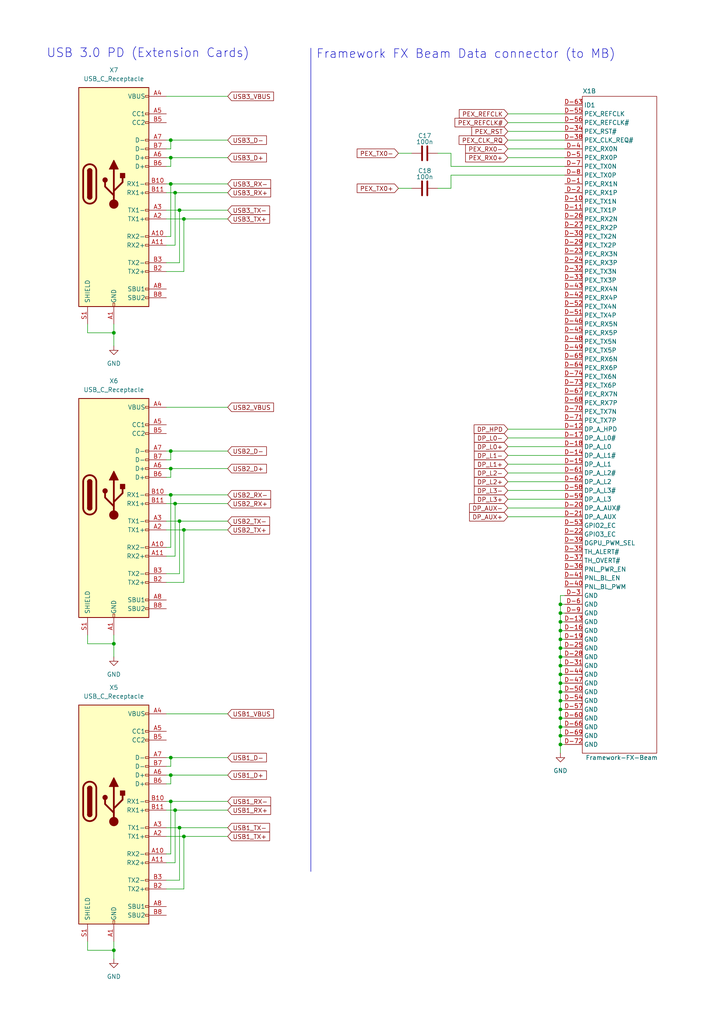
<source format=kicad_sch>
(kicad_sch (version 20231120) (generator "eeschema") (generator_version "8.0")
  (paper "A4" portrait)
  (lib_symbols
    (symbol "Device:C" (pin_numbers hide) (pin_names (offset 0.254))
      (property "Reference" "C" (at 0.635 2.54 0))
      (property "Value" "C" (at 0.635 -2.54 0))
      (symbol "C_0_1"
        (polyline (pts (xy -2.032 -0.762) (xy 2.032 -0.762)) (stroke (width 0.508)))
        (polyline (pts (xy -2.032 0.762) (xy 2.032 0.762)) (stroke (width 0.508)))
      )
      (symbol "C_1_1"
        (pin passive line (at 0 3.81 270) (length 2.794) (name "~") (number "1"))
        (pin passive line (at 0 -3.81 90) (length 2.794) (name "~") (number "2"))
      )
    )
    (symbol "Framework-ExpansionBay-IOModule:USB_C_Receptacle" (pin_names (offset 1.016))
      (property "Reference" "J" (at -10.16 29.21 0))
      (property "Value" "USB_C_Receptacle" (at 10.16 29.21 0))
      (symbol "USB_C_Receptacle_0_0"
        (rectangle (start -0.254 -35.56) (end 0.254 -34.544))
        (rectangle (start 10.16 -32.766) (end 9.144 -33.274))
        (rectangle (start 10.16 -30.226) (end 9.144 -30.734))
        (rectangle (start 10.16 -25.146) (end 9.144 -25.654))
        (rectangle (start 10.16 -22.606) (end 9.144 -23.114))
        (rectangle (start 10.16 -17.526) (end 9.144 -18.034))
        (rectangle (start 10.16 -14.986) (end 9.144 -15.494))
        (rectangle (start 10.16 -9.906) (end 9.144 -10.414))
        (rectangle (start 10.16 -7.366) (end 9.144 -7.874))
        (rectangle (start 10.16 -2.286) (end 9.144 -2.794))
        (rectangle (start 10.16 0.254) (end 9.144 -0.254))
        (rectangle (start 10.16 5.334) (end 9.144 4.826))
        (rectangle (start 10.16 7.874) (end 9.144 7.366))
        (rectangle (start 10.16 10.414) (end 9.144 9.906))
        (rectangle (start 10.16 12.954) (end 9.144 12.446))
        (rectangle (start 10.16 18.034) (end 9.144 17.526))
        (rectangle (start 10.16 20.574) (end 9.144 20.066))
        (rectangle (start 10.16 25.654) (end 9.144 25.146))
      )
      (symbol "USB_C_Receptacle_0_1"
        (rectangle (start -10.16 27.94) (end 10.16 -35.56) (stroke (width 0.254)) (fill (type background)))
        (arc (start -8.89 -3.81) (mid -6.985 -5.7067) (end -5.08 -3.81) (stroke (width 0.508)))
        (arc (start -7.62 -3.81) (mid -6.985 -4.4423) (end -6.35 -3.81) (stroke (width 0.254)))
        (arc (start -7.62 -3.81) (mid -6.985 -4.4423) (end -6.35 -3.81) (stroke (width 0.254)) (fill (type outline)))
        (rectangle (start -7.62 -3.81) (end -6.35 3.81) (stroke (width 0.254)) (fill (type outline)))
        (arc (start -6.35 3.81) (mid -6.985 4.4423) (end -7.62 3.81) (stroke (width 0.254)))
        (arc (start -6.35 3.81) (mid -6.985 4.4423) (end -7.62 3.81) (stroke (width 0.254)) (fill (type outline)))
        (arc (start -5.08 3.81) (mid -6.985 5.7067) (end -8.89 3.81) (stroke (width 0.508)))
        (polyline (pts (xy -8.89 -3.81) (xy -8.89 3.81)) (stroke (width 0.508)))
        (polyline (pts (xy -5.08 3.81) (xy -5.08 -3.81)) (stroke (width 0.508)))
      )
      (symbol "USB_C_Receptacle_1_1"
        (circle (center -2.54 1.143) (radius 0.635) (stroke (width 0.254)) (fill (type outline)))
        (circle (center 0 -5.842) (radius 1.27) (fill (type outline)))
        (polyline (pts (xy 0 -5.842) (xy 0 4.318)) (stroke (width 0.508)))
        (polyline (pts (xy 0 -3.302) (xy -2.54 -0.762) (xy -2.54 0.508)) (stroke (width 0.508)))
        (polyline (pts (xy 0 -2.032) (xy 2.54 0.508) (xy 2.54 1.778)) (stroke (width 0.508)))
        (polyline (pts (xy -1.27 4.318) (xy 0 6.858) (xy 1.27 4.318) (xy -1.27 4.318)) (stroke (width 0.254)) (fill (type outline)))
        (rectangle (start 1.905 1.778) (end 3.175 3.048) (stroke (width 0.254)) (fill (type outline)))
        (pin passive line (at 0 -40.64 90) (length 5.08) (name "GND") (number "A1"))
        (pin bidirectional line (at 15.24 -15.24 180) (length 5.08) (name "RX2-") (number "A10"))
        (pin bidirectional line (at 15.24 -17.78 180) (length 5.08) (name "RX2+") (number "A11"))
        (pin passive line (at 0 -40.64 90) (length 5.08) hide (name "GND") (number "A12"))
        (pin bidirectional line (at 15.24 -10.16 180) (length 5.08) (name "TX1+") (number "A2"))
        (pin bidirectional line (at 15.24 -7.62 180) (length 5.08) (name "TX1-") (number "A3"))
        (pin passive line (at 15.24 25.4 180) (length 5.08) (name "VBUS") (number "A4"))
        (pin bidirectional line (at 15.24 20.32 180) (length 5.08) (name "CC1") (number "A5"))
        (pin bidirectional line (at 15.24 7.62 180) (length 5.08) (name "D+") (number "A6"))
        (pin bidirectional line (at 15.24 12.7 180) (length 5.08) (name "D-") (number "A7"))
        (pin bidirectional line (at 15.24 -30.48 180) (length 5.08) (name "SBU1") (number "A8"))
        (pin passive line (at 15.24 25.4 180) (length 5.08) hide (name "VBUS") (number "A9"))
        (pin passive line (at 0 -40.64 90) (length 5.08) hide (name "GND") (number "B1"))
        (pin bidirectional line (at 15.24 0 180) (length 5.08) (name "RX1-") (number "B10"))
        (pin bidirectional line (at 15.24 -2.54 180) (length 5.08) (name "RX1+") (number "B11"))
        (pin passive line (at 0 -40.64 90) (length 5.08) hide (name "GND") (number "B12"))
        (pin bidirectional line (at 15.24 -25.4 180) (length 5.08) (name "TX2+") (number "B2"))
        (pin bidirectional line (at 15.24 -22.86 180) (length 5.08) (name "TX2-") (number "B3"))
        (pin passive line (at 15.24 25.4 180) (length 5.08) hide (name "VBUS") (number "B4"))
        (pin bidirectional line (at 15.24 17.78 180) (length 5.08) (name "CC2") (number "B5"))
        (pin bidirectional line (at 15.24 5.08 180) (length 5.08) (name "D+") (number "B6"))
        (pin bidirectional line (at 15.24 10.16 180) (length 5.08) (name "D-") (number "B7"))
        (pin bidirectional line (at 15.24 -33.02 180) (length 5.08) (name "SBU2") (number "B8"))
        (pin passive line (at 15.24 25.4 180) (length 5.08) hide (name "VBUS") (number "B9"))
        (pin passive line (at -7.62 -40.64 90) (length 5.08) (name "SHIELD") (number "S1"))
      )
    )
    (symbol "Framework-ExpansionBay:Framework-FX-Beam"
      (property "Reference" "X" (at -10.16 96.52 0))
      (property "Value" "Framework-FX-Beam" (at 0 -96.52 0))
      (symbol "Framework-FX-Beam_1_1"
        (rectangle (start -11.43 95.25) (end 10.16 -95.25))
        (pin power_out line (at -16.51 90.17 0) (length 5.08) (name "VSYS_GPU") (number "P-1"))
        (pin power_out line (at -16.51 54.61 0) (length 5.08) (name "5V_ALW") (number "P-10"))
        (pin power_out line (at -16.51 52.07 0) (length 5.08) (name "5V_ALW") (number "P-11"))
        (pin power_out line (at -16.51 72.39 0) (length 5.08) (name "VSYS_GPU") (number "P-12"))
        (pin power_out line (at -16.51 69.85 0) (length 5.08) (name "VSYS_GPU") (number "P-13"))
        (pin power_out line (at -16.51 67.31 0) (length 5.08) (name "VSYS_GPU") (number "P-14"))
        (pin power_out line (at -16.51 64.77 0) (length 5.08) (name "VSYS_GPU") (number "P-15"))
        (pin power_out line (at -16.51 62.23 0) (length 5.08) (name "VSYS_GPU") (number "P-16"))
        (pin power_out line (at -16.51 59.69 0) (length 5.08) (name "VSYS_GPU") (number "P-17"))
        (pin power_out line (at -16.51 57.15 0) (length 5.08) (name "VSYS_GPU") (number "P-18"))
        (pin power_out line (at -16.51 -34.29 0) (length 5.08) (name "GND") (number "P-19"))
        (pin power_out line (at -16.51 87.63 0) (length 5.08) (name "VSYS_GPU") (number "P-2"))
        (pin power_out line (at -16.51 -36.83 0) (length 5.08) (name "GND") (number "P-20"))
        (pin power_out line (at -16.51 49.53 0) (length 5.08) (name "5V_ALW") (number "P-21"))
        (pin power_out line (at -16.51 46.99 0) (length 5.08) (name "5V_ALW") (number "P-22"))
        (pin power_out line (at -16.51 -39.37 0) (length 5.08) (name "GND") (number "P-23"))
        (pin power_out line (at -16.51 -41.91 0) (length 5.08) (name "GND") (number "P-24"))
        (pin power_out line (at -16.51 -44.45 0) (length 5.08) (name "GND") (number "P-25"))
        (pin power_out line (at -16.51 -46.99 0) (length 5.08) (name "GND") (number "P-26"))
        (pin power_out line (at -16.51 -49.53 0) (length 5.08) (name "GND") (number "P-27"))
        (pin power_out line (at -16.51 -52.07 0) (length 5.08) (name "GND") (number "P-28"))
        (pin power_out line (at -16.51 -54.61 0) (length 5.08) (name "GND") (number "P-29"))
        (pin power_out line (at -16.51 85.09 0) (length 5.08) (name "VSYS_GPU") (number "P-3"))
        (pin power_out line (at -16.51 -57.15 0) (length 5.08) (name "GND") (number "P-30"))
        (pin power_out line (at -16.51 -59.69 0) (length 5.08) (name "GND") (number "P-31"))
        (pin power_out line (at -16.51 -62.23 0) (length 5.08) (name "GND") (number "P-32"))
        (pin power_out line (at -16.51 -64.77 0) (length 5.08) (name "GND") (number "P-33"))
        (pin power_out line (at -16.51 44.45 0) (length 5.08) (name "3.3V_ALW") (number "P-34"))
        (pin power_out line (at -16.51 41.91 0) (length 5.08) (name "3.3V_ALW") (number "P-35"))
        (pin output line (at -16.51 13.97 0) (length 5.08) (name "Fan1_PWM") (number "P-36"))
        (pin output line (at -16.51 16.51 0) (length 5.08) (name "Fan0_PWM") (number "P-37"))
        (pin power_out line (at -16.51 39.37 0) (length 5.08) (name "3.3V_ALW") (number "P-38"))
        (pin power_out line (at -16.51 36.83 0) (length 5.08) (name "3.3V_ALW") (number "P-39"))
        (pin power_out line (at -16.51 82.55 0) (length 5.08) (name "VSYS_GPU") (number "P-4"))
        (pin power_out line (at -16.51 -67.31 0) (length 5.08) (name "GND") (number "P-40"))
        (pin power_out line (at -16.51 19.05 0) (length 5.08) (name "12V_Fan") (number "P-41"))
        (pin power_out line (at -16.51 -69.85 0) (length 5.08) (name "GND") (number "P-42"))
        (pin power_out line (at -16.51 -72.39 0) (length 5.08) (name "GND") (number "P-43"))
        (pin bidirectional line (at -16.51 1.27 0) (length 5.08) (name "I2C_CLK_ALW") (number "P-44"))
        (pin bidirectional line (at -16.51 -1.27 0) (length 5.08) (name "I2C_SDA_ALW") (number "P-45"))
        (pin power_out line (at -16.51 -74.93 0) (length 5.08) (name "GND") (number "P-46"))
        (pin output line (at -16.51 -11.43 0) (length 5.08) (name "EXT_SSD1_RST#") (number "P-47"))
        (pin output line (at -16.51 -13.97 0) (length 5.08) (name "EXT_SSD2_RST#") (number "P-48"))
        (pin power_out line (at -16.51 -77.47 0) (length 5.08) (name "GND") (number "P-49"))
        (pin power_out line (at -16.51 80.01 0) (length 5.08) (name "VSYS_GPU") (number "P-5"))
        (pin bidirectional line (at -16.51 -19.05 0) (length 5.08) (name "USB+") (number "P-50"))
        (pin bidirectional line (at -16.51 -21.59 0) (length 5.08) (name "USB-") (number "P-51"))
        (pin power_out line (at -16.51 -80.01 0) (length 5.08) (name "GND") (number "P-52"))
        (pin power_in line (at -16.51 34.29 0) (length 5.08) (name "VADP_GPU") (number "P-53"))
        (pin power_in line (at -16.51 31.75 0) (length 5.08) (name "VADP_GPU") (number "P-54"))
        (pin power_in line (at -16.51 29.21 0) (length 5.08) (name "VADP_GPU") (number "P-55"))
        (pin power_out line (at -16.51 -82.55 0) (length 5.08) (name "GND") (number "P-56"))
        (pin power_out line (at -16.51 -85.09 0) (length 5.08) (name "GND") (number "P-57"))
        (pin bidirectional line (at -16.51 -3.81 0) (length 5.08) (name "I2C_INT_ALW") (number "P-58"))
        (pin bidirectional line (at -16.51 -16.51 0) (length 5.08) (name "EXT_SSD2_CLK_REQ#") (number "P-59"))
        (pin power_out line (at -16.51 77.47 0) (length 5.08) (name "VSYS_GPU") (number "P-6"))
        (pin bidirectional line (at -16.51 11.43 0) (length 5.08) (name "Fan0_SPEED") (number "P-60"))
        (pin bidirectional line (at -16.51 8.89 0) (length 5.08) (name "Fan1_SPEED") (number "P-61"))
        (pin bidirectional line (at -16.51 3.81 0) (length 5.08) (name "PWR_EN") (number "P-62"))
        (pin bidirectional line (at -16.51 -6.35 0) (length 5.08) (name "DDS_CLK") (number "P-63"))
        (pin power_in line (at -16.51 26.67 0) (length 5.08) (name "VADP_GPU") (number "P-64"))
        (pin power_in line (at -16.51 24.13 0) (length 5.08) (name "VADP_GPU") (number "P-65"))
        (pin power_in line (at -16.51 21.59 0) (length 5.08) (name "VADP_GPU") (number "P-66"))
        (pin power_out line (at -16.51 -87.63 0) (length 5.08) (name "GND") (number "P-67"))
        (pin power_out line (at -16.51 -90.17 0) (length 5.08) (name "GND") (number "P-68"))
        (pin power_out line (at -16.51 -92.71 0) (length 5.08) (name "GND") (number "P-69"))
        (pin power_out line (at -16.51 74.93 0) (length 5.08) (name "VSYS_GPU") (number "P-7"))
        (pin bidirectional line (at -16.51 -24.13 0) (length 5.08) (name "GPIO0_EC") (number "P-70"))
        (pin bidirectional line (at -16.51 -26.67 0) (length 5.08) (name "GPIO1_EC") (number "P-71"))
        (pin bidirectional line (at -16.51 92.71 0) (length 5.08) (name "ID0") (number "P-72"))
        (pin bidirectional line (at -16.51 -8.89 0) (length 5.08) (name "DDS_SDA") (number "P-73"))
        (pin bidirectional line (at -16.51 6.35 0) (length 5.08) (name "PWR_GOOD") (number "P-74"))
        (pin power_out line (at -16.51 -29.21 0) (length 5.08) (name "GND") (number "P-8"))
        (pin power_out line (at -16.51 -31.75 0) (length 5.08) (name "GND") (number "P-9"))
      )
      (symbol "Framework-FX-Beam_2_1"
        (rectangle (start -11.43 95.25) (end 10.16 -95.25))
        (pin bidirectional line (at -16.51 69.85 0) (length 5.08) (name "PEX_RX1N") (number "D-1"))
        (pin bidirectional line (at -16.51 64.77 0) (length 5.08) (name "PEX_TX1N") (number "D-10"))
        (pin bidirectional line (at -16.51 62.23 0) (length 5.08) (name "PEX_TX1P") (number "D-11"))
        (pin bidirectional line (at -16.51 -1.27 0) (length 5.08) (name "DP_A_HPD") (number "D-12"))
        (pin power_out line (at -16.51 -57.15 0) (length 5.08) (name "GND") (number "D-13"))
        (pin bidirectional line (at -16.51 -8.89 0) (length 5.08) (name "DP_A_L1#") (number "D-14"))
        (pin bidirectional line (at -16.51 -11.43 0) (length 5.08) (name "DP_A_L1") (number "D-15"))
        (pin power_out line (at -16.51 -59.69 0) (length 5.08) (name "GND") (number "D-16"))
        (pin bidirectional line (at -16.51 -3.81 0) (length 5.08) (name "DP_A_L0#") (number "D-17"))
        (pin bidirectional line (at -16.51 -6.35 0) (length 5.08) (name "DP_A_L0") (number "D-18"))
        (pin power_out line (at -16.51 -62.23 0) (length 5.08) (name "GND") (number "D-19"))
        (pin bidirectional line (at -16.51 67.31 0) (length 5.08) (name "PEX_RX1P") (number "D-2"))
        (pin bidirectional line (at -16.51 -24.13 0) (length 5.08) (name "DP_A_AUX#") (number "D-20"))
        (pin bidirectional line (at -16.51 -26.67 0) (length 5.08) (name "DP_A_AUX") (number "D-21"))
        (pin bidirectional line (at -16.51 -31.75 0) (length 5.08) (name "GPIO3_EC") (number "D-22"))
        (pin bidirectional line (at -16.51 49.53 0) (length 5.08) (name "PEX_RX3N") (number "D-23"))
        (pin bidirectional line (at -16.51 46.99 0) (length 5.08) (name "PEX_RX3P") (number "D-24"))
        (pin power_out line (at -16.51 -64.77 0) (length 5.08) (name "GND") (number "D-25"))
        (pin bidirectional line (at -16.51 59.69 0) (length 5.08) (name "PEX_RX2N") (number "D-26"))
        (pin bidirectional line (at -16.51 57.15 0) (length 5.08) (name "PEX_RX2P") (number "D-27"))
        (pin power_out line (at -16.51 -67.31 0) (length 5.08) (name "GND") (number "D-28"))
        (pin bidirectional line (at -16.51 52.07 0) (length 5.08) (name "PEX_TX2P") (number "D-29"))
        (pin power_out line (at -16.51 -49.53 0) (length 5.08) (name "GND") (number "D-3"))
        (pin bidirectional line (at -16.51 54.61 0) (length 5.08) (name "PEX_TX2N") (number "D-30"))
        (pin power_out line (at -16.51 -69.85 0) (length 5.08) (name "GND") (number "D-31"))
        (pin bidirectional line (at -16.51 44.45 0) (length 5.08) (name "PEX_TX3N") (number "D-32"))
        (pin bidirectional line (at -16.51 41.91 0) (length 5.08) (name "PEX_TX3P") (number "D-33"))
        (pin bidirectional line (at -16.51 85.09 0) (length 5.08) (name "PEX_RST#") (number "D-34"))
        (pin bidirectional line (at -16.51 -36.83 0) (length 5.08) (name "TH_ALERT#") (number "D-35"))
        (pin bidirectional line (at -16.51 -41.91 0) (length 5.08) (name "PNL_PWR_EN") (number "D-36"))
        (pin bidirectional line (at -16.51 -39.37 0) (length 5.08) (name "TH_OVERT#") (number "D-37"))
        (pin bidirectional line (at -16.51 82.55 0) (length 5.08) (name "PEX_CLK_REQ#") (number "D-38"))
        (pin bidirectional line (at -16.51 -34.29 0) (length 5.08) (name "DGPU_PWM_SEL") (number "D-39"))
        (pin bidirectional line (at -16.51 80.01 0) (length 5.08) (name "PEX_RX0N") (number "D-4"))
        (pin bidirectional line (at -16.51 -46.99 0) (length 5.08) (name "PNL_BL_PWM") (number "D-40"))
        (pin bidirectional line (at -16.51 -44.45 0) (length 5.08) (name "PNL_BL_EN") (number "D-41"))
        (pin bidirectional line (at -16.51 36.83 0) (length 5.08) (name "PEX_RX4P") (number "D-42"))
        (pin bidirectional line (at -16.51 39.37 0) (length 5.08) (name "PEX_RX4N") (number "D-43"))
        (pin power_out line (at -16.51 -72.39 0) (length 5.08) (name "GND") (number "D-44"))
        (pin bidirectional line (at -16.51 26.67 0) (length 5.08) (name "PEX_RX5P") (number "D-45"))
        (pin bidirectional line (at -16.51 29.21 0) (length 5.08) (name "PEX_RX5N") (number "D-46"))
        (pin power_out line (at -16.51 -74.93 0) (length 5.08) (name "GND") (number "D-47"))
        (pin bidirectional line (at -16.51 24.13 0) (length 5.08) (name "PEX_TX5N") (number "D-48"))
        (pin bidirectional line (at -16.51 21.59 0) (length 5.08) (name "PEX_TX5P") (number "D-49"))
        (pin bidirectional line (at -16.51 77.47 0) (length 5.08) (name "PEX_RX0P") (number "D-5"))
        (pin power_out line (at -16.51 -77.47 0) (length 5.08) (name "GND") (number "D-50"))
        (pin bidirectional line (at -16.51 31.75 0) (length 5.08) (name "PEX_TX4P") (number "D-51"))
        (pin bidirectional line (at -16.51 34.29 0) (length 5.08) (name "PEX_TX4N") (number "D-52"))
        (pin bidirectional line (at -16.51 -29.21 0) (length 5.08) (name "GPIO2_EC") (number "D-53"))
        (pin power_out line (at -16.51 -80.01 0) (length 5.08) (name "GND") (number "D-54"))
        (pin bidirectional line (at -16.51 90.17 0) (length 5.08) (name "PEX_REFCLK") (number "D-55"))
        (pin bidirectional line (at -16.51 87.63 0) (length 5.08) (name "PEX_REFCLK#") (number "D-56"))
        (pin power_out line (at -16.51 -82.55 0) (length 5.08) (name "GND") (number "D-57"))
        (pin bidirectional line (at -16.51 -19.05 0) (length 5.08) (name "DP_A_L3#") (number "D-58"))
        (pin bidirectional line (at -16.51 -21.59 0) (length 5.08) (name "DP_A_L3") (number "D-59"))
        (pin power_out line (at -16.51 -52.07 0) (length 5.08) (name "GND") (number "D-6"))
        (pin power_out line (at -16.51 -85.09 0) (length 5.08) (name "GND") (number "D-60"))
        (pin bidirectional line (at -16.51 -13.97 0) (length 5.08) (name "DP_A_L2#") (number "D-61"))
        (pin bidirectional line (at -16.51 -16.51 0) (length 5.08) (name "DP_A_L2") (number "D-62"))
        (pin bidirectional line (at -16.51 92.71 0) (length 5.08) (name "ID1") (number "D-63"))
        (pin bidirectional line (at -16.51 16.51 0) (length 5.08) (name "PEX_RX6P") (number "D-64"))
        (pin bidirectional line (at -16.51 19.05 0) (length 5.08) (name "PEX_RX6N") (number "D-65"))
        (pin power_out line (at -16.51 -87.63 0) (length 5.08) (name "GND") (number "D-66"))
        (pin bidirectional line (at -16.51 8.89 0) (length 5.08) (name "PEX_RX7N") (number "D-67"))
        (pin bidirectional line (at -16.51 6.35 0) (length 5.08) (name "PEX_RX7P") (number "D-68"))
        (pin power_out line (at -16.51 -90.17 0) (length 5.08) (name "GND") (number "D-69"))
        (pin bidirectional line (at -16.51 74.93 0) (length 5.08) (name "PEX_TX0N") (number "D-7"))
        (pin bidirectional line (at -16.51 3.81 0) (length 5.08) (name "PEX_TX7N") (number "D-70"))
        (pin bidirectional line (at -16.51 1.27 0) (length 5.08) (name "PEX_TX7P") (number "D-71"))
        (pin power_out line (at -16.51 -92.71 0) (length 5.08) (name "GND") (number "D-72"))
        (pin bidirectional line (at -16.51 11.43 0) (length 5.08) (name "PEX_TX6P") (number "D-73"))
        (pin bidirectional line (at -16.51 13.97 0) (length 5.08) (name "PEX_TX6N") (number "D-74"))
        (pin bidirectional line (at -16.51 72.39 0) (length 5.08) (name "PEX_TX0P") (number "D-8"))
        (pin power_out line (at -16.51 -54.61 0) (length 5.08) (name "GND") (number "D-9"))
      )
    )
    (symbol "power:GND" (power) (pin_numbers hide) (pin_names (offset 0) hide)
      (property "Value" "GND" (at 0 -3.81 0))
      (symbol "GND_0_1"
        (polyline (pts (xy 0 0) (xy 0 -1.27) (xy 1.27 -1.27) (xy 0 -2.54) (xy -1.27 -1.27) (xy 0 -1.27)))
      )
      (symbol "GND_1_1"
        (pin power_in line (at 0 0 270) (length 0) (name "~") (number "1"))
      )
    )
  )
  (junction (at 53.34 63.5))
  (junction (at 53.34 153.67))
  (junction (at 162.56 175.26))
  (junction (at 162.56 210.82))
  (junction (at 49.53 232.41))
  (junction (at 50.8 146.05))
  (junction (at 52.07 240.03))
  (junction (at 162.56 198.12))
  (junction (at 33.02 96.52))
  (junction (at 162.56 200.66))
  (junction (at 49.53 224.79))
  (junction (at 49.53 53.34))
  (junction (at 49.53 45.72))
  (junction (at 49.53 219.71))
  (junction (at 162.56 180.34))
  (junction (at 52.07 60.96))
  (junction (at 50.8 234.95))
  (junction (at 162.56 215.9))
  (junction (at 162.56 193.04))
  (junction (at 162.56 190.5))
  (junction (at 52.07 151.13))
  (junction (at 162.56 185.42))
  (junction (at 33.02 275.59))
  (junction (at 162.56 205.74))
  (junction (at 162.56 177.8))
  (junction (at 162.56 187.96))
  (junction (at 53.34 242.57))
  (junction (at 49.53 143.51))
  (junction (at 33.02 186.69))
  (junction (at 49.53 135.89))
  (junction (at 162.56 208.28))
  (junction (at 50.8 55.88))
  (junction (at 49.53 40.64))
  (junction (at 162.56 195.58))
  (junction (at 162.56 213.36))
  (junction (at 162.56 203.2))
  (junction (at 162.56 182.88))
  (junction (at 49.53 130.81))
  (wire (pts (xy 33.02 275.59) (xy 33.02 278.13)))
  (wire (pts (xy 147.32 139.7) (xy 163.83 139.7)))
  (wire (pts (xy 48.26 27.94) (xy 66.04 27.94)))
  (wire (pts (xy 53.34 242.57) (xy 66.04 242.57)))
  (wire (pts (xy 147.32 132.08) (xy 163.83 132.08)))
  (wire (pts (xy 53.34 153.67) (xy 53.34 168.91)))
  (wire (pts (xy 130.81 54.61) (xy 130.81 50.8)))
  (wire (pts (xy 33.02 96.52) (xy 33.02 100.33)))
  (wire (pts (xy 49.53 45.72) (xy 66.04 45.72)))
  (wire (pts (xy 48.26 55.88) (xy 50.8 55.88)))
  (wire (pts (xy 162.56 210.82) (xy 162.56 213.36)))
  (wire (pts (xy 162.56 180.34) (xy 162.56 182.88)))
  (wire (pts (xy 50.8 71.12) (xy 48.26 71.12)))
  (wire (pts (xy 49.53 43.18) (xy 49.53 40.64)))
  (wire (pts (xy 48.26 130.81) (xy 49.53 130.81)))
  (wire (pts (xy 50.8 234.95) (xy 66.04 234.95)))
  (wire (pts (xy 33.02 273.05) (xy 33.02 275.59)))
  (wire (pts (xy 48.26 247.65) (xy 49.53 247.65)))
  (wire (pts (xy 162.56 190.5) (xy 162.56 193.04)))
  (wire (pts (xy 49.53 135.89) (xy 49.53 138.43)))
  (wire (pts (xy 162.56 218.44) (xy 162.56 215.9)))
  (wire (pts (xy 147.32 35.56) (xy 163.83 35.56)))
  (wire (pts (xy 52.07 76.2) (xy 48.26 76.2)))
  (wire (pts (xy 25.4 273.05) (xy 25.4 275.59)))
  (wire (pts (xy 49.53 143.51) (xy 48.26 143.51)))
  (wire (pts (xy 48.26 222.25) (xy 49.53 222.25)))
  (wire (pts (xy 49.53 40.64) (xy 66.04 40.64)))
  (wire (pts (xy 52.07 151.13) (xy 52.07 166.37)))
  (wire (pts (xy 130.81 50.8) (xy 163.83 50.8)))
  (wire (pts (xy 53.34 242.57) (xy 53.34 257.81)))
  (wire (pts (xy 49.53 232.41) (xy 48.26 232.41)))
  (wire (pts (xy 48.26 43.18) (xy 49.53 43.18)))
  (wire (pts (xy 147.32 33.02) (xy 163.83 33.02)))
  (wire (pts (xy 49.53 224.79) (xy 66.04 224.79)))
  (wire (pts (xy 48.26 48.26) (xy 49.53 48.26)))
  (wire (pts (xy 163.83 177.8) (xy 162.56 177.8)))
  (wire (pts (xy 162.56 182.88) (xy 162.56 185.42)))
  (wire (pts (xy 49.53 232.41) (xy 66.04 232.41)))
  (wire (pts (xy 49.53 130.81) (xy 66.04 130.81)))
  (wire (pts (xy 48.26 234.95) (xy 50.8 234.95)))
  (wire (pts (xy 50.8 250.19) (xy 48.26 250.19)))
  (polyline (pts (xy 90.17 13.97) (xy 90.17 252.73)))
  (wire (pts (xy 49.53 219.71) (xy 66.04 219.71)))
  (wire (pts (xy 147.32 137.16) (xy 163.83 137.16)))
  (wire (pts (xy 162.56 185.42) (xy 162.56 187.96)))
  (wire (pts (xy 115.57 54.61) (xy 119.38 54.61)))
  (wire (pts (xy 162.56 213.36) (xy 162.56 215.9)))
  (wire (pts (xy 162.56 208.28) (xy 162.56 210.82)))
  (wire (pts (xy 163.83 187.96) (xy 162.56 187.96)))
  (wire (pts (xy 163.83 200.66) (xy 162.56 200.66)))
  (wire (pts (xy 127 54.61) (xy 130.81 54.61)))
  (wire (pts (xy 147.32 144.78) (xy 163.83 144.78)))
  (wire (pts (xy 49.53 133.35) (xy 49.53 130.81)))
  (wire (pts (xy 52.07 240.03) (xy 52.07 255.27)))
  (wire (pts (xy 25.4 93.98) (xy 25.4 96.52)))
  (wire (pts (xy 49.53 68.58) (xy 49.53 53.34)))
  (wire (pts (xy 147.32 129.54) (xy 163.83 129.54)))
  (wire (pts (xy 48.26 60.96) (xy 52.07 60.96)))
  (wire (pts (xy 162.56 195.58) (xy 162.56 198.12)))
  (wire (pts (xy 48.26 118.11) (xy 66.04 118.11)))
  (wire (pts (xy 52.07 240.03) (xy 66.04 240.03)))
  (wire (pts (xy 147.32 124.46) (xy 163.83 124.46)))
  (wire (pts (xy 49.53 224.79) (xy 49.53 227.33)))
  (wire (pts (xy 48.26 138.43) (xy 49.53 138.43)))
  (wire (pts (xy 48.26 227.33) (xy 49.53 227.33)))
  (wire (pts (xy 162.56 193.04) (xy 162.56 195.58)))
  (wire (pts (xy 162.56 200.66) (xy 162.56 203.2)))
  (wire (pts (xy 162.56 175.26) (xy 162.56 177.8)))
  (wire (pts (xy 147.32 147.32) (xy 163.83 147.32)))
  (wire (pts (xy 162.56 198.12) (xy 162.56 200.66)))
  (wire (pts (xy 50.8 234.95) (xy 50.8 250.19)))
  (wire (pts (xy 48.26 158.75) (xy 49.53 158.75)))
  (wire (pts (xy 33.02 93.98) (xy 33.02 96.52)))
  (wire (pts (xy 50.8 55.88) (xy 66.04 55.88)))
  (wire (pts (xy 53.34 63.5) (xy 66.04 63.5)))
  (wire (pts (xy 162.56 187.96) (xy 162.56 190.5)))
  (wire (pts (xy 127 44.45) (xy 130.81 44.45)))
  (wire (pts (xy 48.26 153.67) (xy 53.34 153.67)))
  (wire (pts (xy 49.53 143.51) (xy 66.04 143.51)))
  (wire (pts (xy 25.4 96.52) (xy 33.02 96.52)))
  (wire (pts (xy 49.53 53.34) (xy 48.26 53.34)))
  (wire (pts (xy 53.34 78.74) (xy 48.26 78.74)))
  (wire (pts (xy 48.26 135.89) (xy 49.53 135.89)))
  (wire (pts (xy 147.32 43.18) (xy 163.83 43.18)))
  (wire (pts (xy 147.32 142.24) (xy 163.83 142.24)))
  (wire (pts (xy 163.83 180.34) (xy 162.56 180.34)))
  (wire (pts (xy 163.83 195.58) (xy 162.56 195.58)))
  (wire (pts (xy 48.26 240.03) (xy 52.07 240.03)))
  (wire (pts (xy 163.83 193.04) (xy 162.56 193.04)))
  (wire (pts (xy 163.83 215.9) (xy 162.56 215.9)))
  (wire (pts (xy 53.34 63.5) (xy 53.34 78.74)))
  (wire (pts (xy 52.07 60.96) (xy 66.04 60.96)))
  (wire (pts (xy 49.53 222.25) (xy 49.53 219.71)))
  (wire (pts (xy 52.07 151.13) (xy 66.04 151.13)))
  (wire (pts (xy 163.83 198.12) (xy 162.56 198.12)))
  (wire (pts (xy 130.81 48.26) (xy 163.83 48.26)))
  (wire (pts (xy 162.56 177.8) (xy 162.56 180.34)))
  (wire (pts (xy 163.83 175.26) (xy 162.56 175.26)))
  (wire (pts (xy 163.83 182.88) (xy 162.56 182.88)))
  (wire (pts (xy 48.26 151.13) (xy 52.07 151.13)))
  (wire (pts (xy 48.26 146.05) (xy 50.8 146.05)))
  (wire (pts (xy 162.56 203.2) (xy 162.56 205.74)))
  (wire (pts (xy 147.32 38.1) (xy 163.83 38.1)))
  (wire (pts (xy 48.26 242.57) (xy 53.34 242.57)))
  (wire (pts (xy 33.02 184.15) (xy 33.02 186.69)))
  (wire (pts (xy 48.26 207.01) (xy 66.04 207.01)))
  (wire (pts (xy 49.53 135.89) (xy 66.04 135.89)))
  (wire (pts (xy 147.32 40.64) (xy 163.83 40.64)))
  (wire (pts (xy 163.83 213.36) (xy 162.56 213.36)))
  (wire (pts (xy 147.32 127) (xy 163.83 127)))
  (wire (pts (xy 48.26 63.5) (xy 53.34 63.5)))
  (wire (pts (xy 50.8 146.05) (xy 50.8 161.29)))
  (wire (pts (xy 33.02 186.69) (xy 33.02 190.5)))
  (wire (pts (xy 163.83 190.5) (xy 162.56 190.5)))
  (wire (pts (xy 147.32 149.86) (xy 163.83 149.86)))
  (wire (pts (xy 130.81 44.45) (xy 130.81 48.26)))
  (wire (pts (xy 49.53 247.65) (xy 49.53 232.41)))
  (wire (pts (xy 48.26 68.58) (xy 49.53 68.58)))
  (wire (pts (xy 48.26 224.79) (xy 49.53 224.79)))
  (wire (pts (xy 48.26 45.72) (xy 49.53 45.72)))
  (wire (pts (xy 50.8 161.29) (xy 48.26 161.29)))
  (wire (pts (xy 53.34 257.81) (xy 48.26 257.81)))
  (wire (pts (xy 162.56 205.74) (xy 162.56 208.28)))
  (wire (pts (xy 52.07 166.37) (xy 48.26 166.37)))
  (wire (pts (xy 163.83 210.82) (xy 162.56 210.82)))
  (wire (pts (xy 163.83 208.28) (xy 162.56 208.28)))
  (wire (pts (xy 163.83 203.2) (xy 162.56 203.2)))
  (wire (pts (xy 147.32 134.62) (xy 163.83 134.62)))
  (wire (pts (xy 49.53 45.72) (xy 49.53 48.26)))
  (wire (pts (xy 49.53 158.75) (xy 49.53 143.51)))
  (wire (pts (xy 163.83 185.42) (xy 162.56 185.42)))
  (wire (pts (xy 52.07 60.96) (xy 52.07 76.2)))
  (wire (pts (xy 25.4 275.59) (xy 33.02 275.59)))
  (wire (pts (xy 48.26 40.64) (xy 49.53 40.64)))
  (wire (pts (xy 50.8 55.88) (xy 50.8 71.12)))
  (wire (pts (xy 48.26 133.35) (xy 49.53 133.35)))
  (wire (pts (xy 49.53 53.34) (xy 66.04 53.34)))
  (wire (pts (xy 115.57 44.45) (xy 119.38 44.45)))
  (wire (pts (xy 25.4 186.69) (xy 33.02 186.69)))
  (wire (pts (xy 50.8 146.05) (xy 66.04 146.05)))
  (wire (pts (xy 48.26 219.71) (xy 49.53 219.71)))
  (wire (pts (xy 147.32 45.72) (xy 163.83 45.72)))
  (wire (pts (xy 162.56 172.72) (xy 162.56 175.26)))
  (wire (pts (xy 52.07 255.27) (xy 48.26 255.27)))
  (wire (pts (xy 163.83 205.74) (xy 162.56 205.74)))
  (wire (pts (xy 25.4 184.15) (xy 25.4 186.69)))
  (wire (pts (xy 53.34 168.91) (xy 48.26 168.91)))
  (wire (pts (xy 53.34 153.67) (xy 66.04 153.67)))
  (wire (pts (xy 163.83 172.72) (xy 162.56 172.72)))
  (text "Framework FX Beam Data connector (to MB)" (at 135.128 15.748 0) (effects (font (size 2.54 2.54))))
  (text "USB 3.0 PD (Extension Cards)" (at 42.926 15.494 0) (effects (font (size 2.54 2.54))))
  (global_label "USB1_TX-" (shape input) (at 66.04 240.03 0) (property "Intersheetrefs" "${INTERSHEET_REFS}" (effects (hide yes))))
  (global_label "PEX_REFCLK#" (shape input) (at 147.32 35.56 180) (property "Intersheetrefs" "${INTERSHEET_REFS}" (effects (hide yes))))
  (global_label "USB3_D-" (shape input) (at 66.04 40.64 0) (property "Intersheetrefs" "${INTERSHEET_REFS}" (effects (hide yes))))
  (global_label "DP_AUX+" (shape input) (at 147.32 149.86 180) (property "Intersheetrefs" "${INTERSHEET_REFS}" (effects (hide yes))))
  (global_label "USB1_VBUS" (shape input) (at 66.04 207.01 0) (property "Intersheetrefs" "${INTERSHEET_REFS}" (effects (hide yes))))
  (global_label "DP_AUX-" (shape input) (at 147.32 147.32 180) (property "Intersheetrefs" "${INTERSHEET_REFS}" (effects (hide yes))))
  (global_label "USB2_TX-" (shape input) (at 66.04 151.13 0) (property "Intersheetrefs" "${INTERSHEET_REFS}" (effects (hide yes))))
  (global_label "USB1_RX-" (shape input) (at 66.04 232.41 0) (property "Intersheetrefs" "${INTERSHEET_REFS}" (effects (hide yes))))
  (global_label "USB3_TX+" (shape input) (at 66.04 63.5 0) (property "Intersheetrefs" "${INTERSHEET_REFS}" (effects (hide yes))))
  (global_label "DP_L3-" (shape input) (at 147.32 142.24 180) (property "Intersheetrefs" "${INTERSHEET_REFS}" (effects (hide yes))))
  (global_label "USB2_TX+" (shape input) (at 66.04 153.67 0) (property "Intersheetrefs" "${INTERSHEET_REFS}" (effects (hide yes))))
  (global_label "DP_L0-" (shape input) (at 147.32 127 180) (property "Intersheetrefs" "${INTERSHEET_REFS}" (effects (hide yes))))
  (global_label "PEX_TX0+" (shape input) (at 115.57 54.61 180) (property "Intersheetrefs" "${INTERSHEET_REFS}" (effects (hide yes))))
  (global_label "PEX_TX0-" (shape input) (at 115.57 44.45 180) (property "Intersheetrefs" "${INTERSHEET_REFS}" (effects (hide yes))))
  (global_label "USB1_TX+" (shape input) (at 66.04 242.57 0) (property "Intersheetrefs" "${INTERSHEET_REFS}" (effects (hide yes))))
  (global_label "USB1_RX+" (shape input) (at 66.04 234.95 0) (property "Intersheetrefs" "${INTERSHEET_REFS}" (effects (hide yes))))
  (global_label "USB1_D+" (shape input) (at 66.04 224.79 0) (property "Intersheetrefs" "${INTERSHEET_REFS}" (effects (hide yes))))
  (global_label "USB2_D+" (shape input) (at 66.04 135.89 0) (property "Intersheetrefs" "${INTERSHEET_REFS}" (effects (hide yes))))
  (global_label "USB3_TX-" (shape input) (at 66.04 60.96 0) (property "Intersheetrefs" "${INTERSHEET_REFS}" (effects (hide yes))))
  (global_label "USB1_D-" (shape input) (at 66.04 219.71 0) (property "Intersheetrefs" "${INTERSHEET_REFS}" (effects (hide yes))))
  (global_label "PEX_RX0+" (shape input) (at 147.32 45.72 180) (property "Intersheetrefs" "${INTERSHEET_REFS}" (effects (hide yes))))
  (global_label "USB2_RX-" (shape input) (at 66.04 143.51 0) (property "Intersheetrefs" "${INTERSHEET_REFS}" (effects (hide yes))))
  (global_label "PEX_RX0-" (shape input) (at 147.32 43.18 180) (property "Intersheetrefs" "${INTERSHEET_REFS}" (effects (hide yes))))
  (global_label "DP_L3+" (shape input) (at 147.32 144.78 180) (property "Intersheetrefs" "${INTERSHEET_REFS}" (effects (hide yes))))
  (global_label "USB3_VBUS" (shape input) (at 66.04 27.94 0) (property "Intersheetrefs" "${INTERSHEET_REFS}" (effects (hide yes))))
  (global_label "USB2_VBUS" (shape input) (at 66.04 118.11 0) (property "Intersheetrefs" "${INTERSHEET_REFS}" (effects (hide yes))))
  (global_label "DP_L1+" (shape input) (at 147.32 134.62 180) (property "Intersheetrefs" "${INTERSHEET_REFS}" (effects (hide yes))))
  (global_label "USB2_RX+" (shape input) (at 66.04 146.05 0) (property "Intersheetrefs" "${INTERSHEET_REFS}" (effects (hide yes))))
  (global_label "USB3_RX-" (shape input) (at 66.04 53.34 0) (property "Intersheetrefs" "${INTERSHEET_REFS}" (effects (hide yes))))
  (global_label "DP_L2-" (shape input) (at 147.32 137.16 180) (property "Intersheetrefs" "${INTERSHEET_REFS}" (effects (hide yes))))
  (global_label "DP_L0+" (shape input) (at 147.32 129.54 180) (property "Intersheetrefs" "${INTERSHEET_REFS}" (effects (hide yes))))
  (global_label "PEX_CLK_RQ" (shape input) (at 147.32 40.64 180) (property "Intersheetrefs" "${INTERSHEET_REFS}" (effects (hide yes))))
  (global_label "PEX_REFCLK" (shape input) (at 147.32 33.02 180) (property "Intersheetrefs" "${INTERSHEET_REFS}" (effects (hide yes))))
  (global_label "DP_L2+" (shape input) (at 147.32 139.7 180) (property "Intersheetrefs" "${INTERSHEET_REFS}" (effects (hide yes))))
  (global_label "DP_HPD" (shape input) (at 147.32 124.46 180) (property "Intersheetrefs" "${INTERSHEET_REFS}" (effects (hide yes))))
  (global_label "USB2_D-" (shape input) (at 66.04 130.81 0) (property "Intersheetrefs" "${INTERSHEET_REFS}" (effects (hide yes))))
  (global_label "USB3_D+" (shape input) (at 66.04 45.72 0) (property "Intersheetrefs" "${INTERSHEET_REFS}" (effects (hide yes))))
  (global_label "USB3_RX+" (shape input) (at 66.04 55.88 0) (property "Intersheetrefs" "${INTERSHEET_REFS}" (effects (hide yes))))
  (global_label "DP_L1-" (shape input) (at 147.32 132.08 180) (property "Intersheetrefs" "${INTERSHEET_REFS}" (effects (hide yes))))
  (global_label "PEX_RST" (shape input) (at 147.32 38.1 180) (property "Intersheetrefs" "${INTERSHEET_REFS}" (effects (hide yes))))
  (symbol (lib_id "power:GND") (at 162.56 218.44 0) (unit 1)
    (property "Reference" "#PWR04" (effects (hide yes)))
    (property "Value" "GND" (at 162.56 223.52 0))
    (property "Description" "Power symbol creates a global label with name \"GND\" , ground" (effects (hide yes)))
  )
  (symbol (lib_id "Device:C") (at 123.19 54.61 90) (unit 1)
    (property "Reference" "C18" (at 123.19 49.53 90))
    (property "Value" "100n" (at 123.19 51.308 90))
    (property "Description" "Unpolarized capacitor" (effects (hide yes)))
  )
  (symbol (lib_id "Framework-ExpansionBay:Framework-FX-Beam") (at 180.34 123.19 0) (unit 2)
    (property "Reference" "X1" (at 170.942 26.416 0))
    (property "Value" "Framework-FX-Beam" (at 180.34 219.71 0))
    (property "Footprint" "Framework-ExpansionBay:Framework-FX-Beam" (effects (hide yes)))
    (property "Datasheet" "https://github.com/FrameworkComputer/ExpansionBay/blob/main/Electrical/Dual-channel%2074P%20FXBeam%2C%20length%2027.75mm%20_Rev%202_(Public%20version).pdf" (effects (hide yes)))
    (property "Description" "Framework Laptop 16 FX Beam PCIe interposer for Expansion Bay" (effects (hide yes)))
  )
  (symbol (lib_id "Framework-ExpansionBay-IOModule:USB_C_Receptacle") (at 33.02 143.51 0) (unit 1)
    (property "Reference" "X6" (at 33.02 110.49 0))
    (property "Value" "USB_C_Receptacle" (at 33.02 113.03 0))
    (property "Footprint" "Framework-ExpansionBay-IOModule:Amphenol-USBC-10137062-00021LF" (effects (hide yes)))
    (property "Datasheet" "https://www.usb.org/sites/default/files/documents/usb_type-c.zip" (effects (hide yes)))
    (property "Description" "USB Full-Featured Type-C Receptacle connector" (effects (hide yes)))
  )
  (symbol (lib_id "Device:C") (at 123.19 44.45 90) (unit 1)
    (property "Reference" "C17" (at 123.19 39.37 90))
    (property "Value" "100n" (at 123.19 41.148 90))
    (property "Description" "Unpolarized capacitor" (effects (hide yes)))
  )
  (symbol (lib_id "power:GND") (at 33.02 278.13 0) (unit 1)
    (property "Reference" "#PWR014" (effects (hide yes)))
    (property "Value" "GND" (at 33.02 283.21 0))
    (property "Description" "Power symbol creates a global label with name \"GND\" , ground" (effects (hide yes)))
  )
  (symbol (lib_id "Framework-ExpansionBay-IOModule:USB_C_Receptacle") (at 33.02 232.41 0) (unit 1)
    (property "Reference" "X5" (at 33.02 199.39 0))
    (property "Value" "USB_C_Receptacle" (at 33.02 201.93 0))
    (property "Footprint" "Framework-ExpansionBay-IOModule:Amphenol-USBC-10137062-00021LF" (effects (hide yes)))
    (property "Datasheet" "https://www.usb.org/sites/default/files/documents/usb_type-c.zip" (effects (hide yes)))
    (property "Description" "USB Full-Featured Type-C Receptacle connector" (effects (hide yes)))
  )
  (symbol (lib_id "Framework-ExpansionBay-IOModule:USB_C_Receptacle") (at 33.02 53.34 0) (unit 1)
    (property "Reference" "X7" (at 33.02 20.32 0))
    (property "Value" "USB_C_Receptacle" (at 33.02 22.86 0))
    (property "Footprint" "Framework-ExpansionBay-IOModule:Amphenol-USBC-10137062-00021LF" (effects (hide yes)))
    (property "Datasheet" "https://www.usb.org/sites/default/files/documents/usb_type-c.zip" (effects (hide yes)))
    (property "Description" "USB Full-Featured Type-C Receptacle connector" (effects (hide yes)))
  )
  (symbol (lib_id "power:GND") (at 33.02 190.5 0) (unit 1)
    (property "Reference" "#PWR015" (effects (hide yes)))
    (property "Value" "GND" (at 33.02 195.58 0))
    (property "Description" "Power symbol creates a global label with name \"GND\" , ground" (effects (hide yes)))
  )
  (symbol (lib_id "power:GND") (at 33.02 100.33 0) (unit 1)
    (property "Reference" "#PWR016" (effects (hide yes)))
    (property "Value" "GND" (at 33.02 105.41 0))
    (property "Description" "Power symbol creates a global label with name \"GND\" , ground" (effects (hide yes)))
  )
)
</source>
